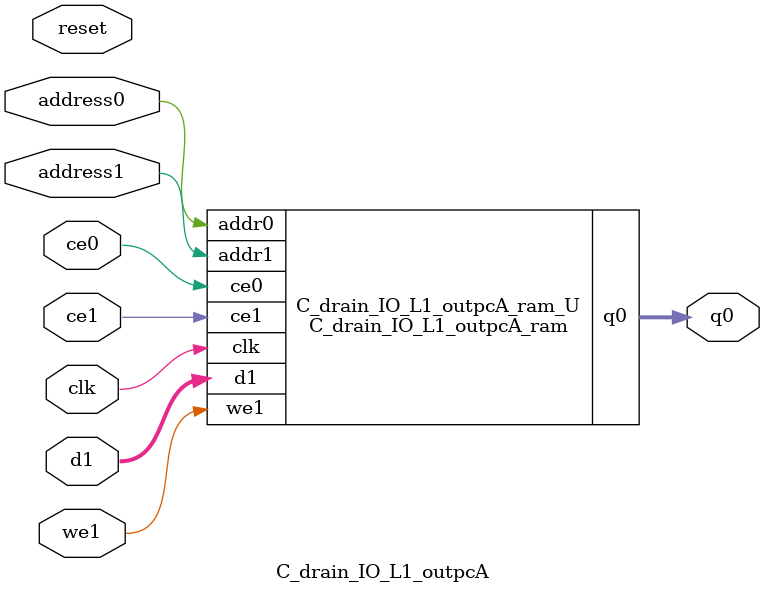
<source format=v>
`timescale 1 ns / 1 ps
module C_drain_IO_L1_outpcA_ram (addr0, ce0, q0, addr1, ce1, d1, we1,  clk);

parameter DWIDTH = 64;
parameter AWIDTH = 1;
parameter MEM_SIZE = 2;

input[AWIDTH-1:0] addr0;
input ce0;
output reg[DWIDTH-1:0] q0;
input[AWIDTH-1:0] addr1;
input ce1;
input[DWIDTH-1:0] d1;
input we1;
input clk;

(* ram_style = "distributed" *)reg [DWIDTH-1:0] ram[0:MEM_SIZE-1];




always @(posedge clk)  
begin 
    if (ce0) begin
        q0 <= ram[addr0];
    end
end


always @(posedge clk)  
begin 
    if (ce1) begin
        if (we1) 
            ram[addr1] <= d1; 
    end
end


endmodule

`timescale 1 ns / 1 ps
module C_drain_IO_L1_outpcA(
    reset,
    clk,
    address0,
    ce0,
    q0,
    address1,
    ce1,
    we1,
    d1);

parameter DataWidth = 32'd64;
parameter AddressRange = 32'd2;
parameter AddressWidth = 32'd1;
input reset;
input clk;
input[AddressWidth - 1:0] address0;
input ce0;
output[DataWidth - 1:0] q0;
input[AddressWidth - 1:0] address1;
input ce1;
input we1;
input[DataWidth - 1:0] d1;



C_drain_IO_L1_outpcA_ram C_drain_IO_L1_outpcA_ram_U(
    .clk( clk ),
    .addr0( address0 ),
    .ce0( ce0 ),
    .q0( q0 ),
    .addr1( address1 ),
    .ce1( ce1 ),
    .we1( we1 ),
    .d1( d1 ));

endmodule


</source>
